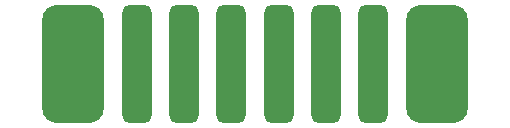
<source format=gtp>
G04*
G04 #@! TF.GenerationSoftware,Altium Limited,Altium Designer,24.2.2 (26)*
G04*
G04 Layer_Color=8421504*
%FSLAX25Y25*%
%MOIN*%
G70*
G04*
G04 #@! TF.SameCoordinates,2439F8CB-51F8-4C0C-9BB0-1E6E72BC7716*
G04*
G04*
G04 #@! TF.FilePolarity,Positive*
G04*
G01*
G75*
G04:AMPARAMS|DCode=11|XSize=393.7mil|YSize=206.69mil|CornerRadius=51.67mil|HoleSize=0mil|Usage=FLASHONLY|Rotation=90.000|XOffset=0mil|YOffset=0mil|HoleType=Round|Shape=RoundedRectangle|*
%AMROUNDEDRECTD11*
21,1,0.39370,0.10335,0,0,90.0*
21,1,0.29035,0.20669,0,0,90.0*
1,1,0.10335,0.05167,0.14518*
1,1,0.10335,0.05167,-0.14518*
1,1,0.10335,-0.05167,-0.14518*
1,1,0.10335,-0.05167,0.14518*
%
%ADD11ROUNDEDRECTD11*%
G04:AMPARAMS|DCode=12|XSize=393.7mil|YSize=98.43mil|CornerRadius=24.61mil|HoleSize=0mil|Usage=FLASHONLY|Rotation=90.000|XOffset=0mil|YOffset=0mil|HoleType=Round|Shape=RoundedRectangle|*
%AMROUNDEDRECTD12*
21,1,0.39370,0.04921,0,0,90.0*
21,1,0.34449,0.09843,0,0,90.0*
1,1,0.04921,0.02461,0.17224*
1,1,0.04921,0.02461,-0.17224*
1,1,0.04921,-0.02461,-0.17224*
1,1,0.04921,-0.02461,0.17224*
%
%ADD12ROUNDEDRECTD12*%
D11*
X-60630Y10000D02*
D03*
X60630D02*
D03*
D12*
X-39370D02*
D03*
X39370D02*
D03*
X23622D02*
D03*
X-23622D02*
D03*
X7874D02*
D03*
X-7874D02*
D03*
M02*

</source>
